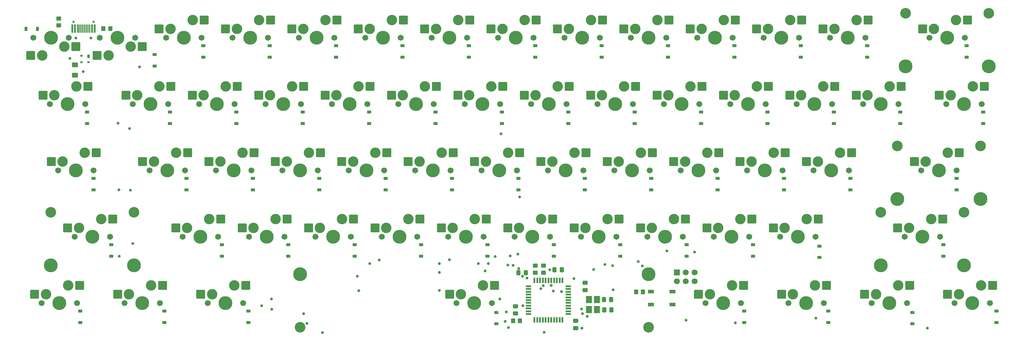
<source format=gbr>
G04 #@! TF.GenerationSoftware,KiCad,Pcbnew,8.0.7*
G04 #@! TF.CreationDate,2024-12-18T16:58:47-05:00*
G04 #@! TF.ProjectId,PCB-Sch,5043422d-5363-4682-9e6b-696361645f70,rev?*
G04 #@! TF.SameCoordinates,Original*
G04 #@! TF.FileFunction,Soldermask,Bot*
G04 #@! TF.FilePolarity,Negative*
%FSLAX46Y46*%
G04 Gerber Fmt 4.6, Leading zero omitted, Abs format (unit mm)*
G04 Created by KiCad (PCBNEW 8.0.7) date 2024-12-18 16:58:47*
%MOMM*%
%LPD*%
G01*
G04 APERTURE LIST*
G04 Aperture macros list*
%AMRoundRect*
0 Rectangle with rounded corners*
0 $1 Rounding radius*
0 $2 $3 $4 $5 $6 $7 $8 $9 X,Y pos of 4 corners*
0 Add a 4 corners polygon primitive as box body*
4,1,4,$2,$3,$4,$5,$6,$7,$8,$9,$2,$3,0*
0 Add four circle primitives for the rounded corners*
1,1,$1+$1,$2,$3*
1,1,$1+$1,$4,$5*
1,1,$1+$1,$6,$7*
1,1,$1+$1,$8,$9*
0 Add four rect primitives between the rounded corners*
20,1,$1+$1,$2,$3,$4,$5,0*
20,1,$1+$1,$4,$5,$6,$7,0*
20,1,$1+$1,$6,$7,$8,$9,0*
20,1,$1+$1,$8,$9,$2,$3,0*%
G04 Aperture macros list end*
%ADD10RoundRect,0.225000X0.225000X0.375000X-0.225000X0.375000X-0.225000X-0.375000X0.225000X-0.375000X0*%
%ADD11C,1.701800*%
%ADD12C,3.000000*%
%ADD13C,3.987800*%
%ADD14RoundRect,0.200000X1.075000X1.050000X-1.075000X1.050000X-1.075000X-1.050000X1.075000X-1.050000X0*%
%ADD15C,3.048000*%
%ADD16RoundRect,0.200000X-1.075000X-1.050000X1.075000X-1.050000X1.075000X1.050000X-1.075000X1.050000X0*%
%ADD17R,1.800000X2.100000*%
%ADD18R,0.700000X0.600000*%
%ADD19R,0.700000X1.000000*%
%ADD20R,0.550000X1.500000*%
%ADD21R,1.500000X0.550000*%
%ADD22R,1.800000X1.100000*%
%ADD23RoundRect,0.250000X-0.350000X-0.450000X0.350000X-0.450000X0.350000X0.450000X-0.350000X0.450000X0*%
%ADD24RoundRect,0.250000X-0.450000X0.350000X-0.450000X-0.350000X0.450000X-0.350000X0.450000X0.350000X0*%
%ADD25RoundRect,0.250000X0.350000X0.450000X-0.350000X0.450000X-0.350000X-0.450000X0.350000X-0.450000X0*%
%ADD26C,1.700000*%
%ADD27R,1.700000X1.700000*%
%ADD28RoundRect,0.250001X-0.624999X0.462499X-0.624999X-0.462499X0.624999X-0.462499X0.624999X0.462499X0*%
%ADD29RoundRect,0.225000X0.375000X-0.225000X0.375000X0.225000X-0.375000X0.225000X-0.375000X-0.225000X0*%
%ADD30RoundRect,0.250000X0.337500X0.475000X-0.337500X0.475000X-0.337500X-0.475000X0.337500X-0.475000X0*%
%ADD31RoundRect,0.250000X-0.337500X-0.475000X0.337500X-0.475000X0.337500X0.475000X-0.337500X0.475000X0*%
%ADD32RoundRect,0.250000X0.475000X-0.337500X0.475000X0.337500X-0.475000X0.337500X-0.475000X-0.337500X0*%
%ADD33RoundRect,0.250000X-0.475000X0.337500X-0.475000X-0.337500X0.475000X-0.337500X0.475000X0.337500X0*%
%ADD34C,0.650000*%
%ADD35R,0.300000X2.450000*%
%ADD36R,0.600000X2.450000*%
%ADD37C,0.800000*%
G04 APERTURE END LIST*
D10*
X69181250Y-70643750D03*
X65881250Y-70643750D03*
D11*
X199607500Y-149383750D03*
D12*
X197067500Y-144303750D03*
D13*
X194527500Y-149383750D03*
D12*
X190717500Y-146843750D03*
D11*
X189447500Y-149383750D03*
D14*
X187442500Y-146843750D03*
X200369500Y-144303750D03*
D15*
X244527500Y-156368750D03*
X144527500Y-156368750D03*
D13*
X244527500Y-141128750D03*
X144527500Y-141128750D03*
D11*
X90011250Y-130333750D03*
D12*
X87471250Y-125253750D03*
D13*
X84931250Y-130333750D03*
D12*
X81121250Y-127793750D03*
D11*
X79851250Y-130333750D03*
D14*
X77846250Y-127793750D03*
X90773250Y-125253750D03*
D15*
X96869250Y-123348750D03*
X72993250Y-123348750D03*
D13*
X96869250Y-138588750D03*
X72993250Y-138588750D03*
D14*
X343244500Y-144303750D03*
X330317500Y-146843750D03*
D11*
X332322500Y-149383750D03*
D12*
X333592500Y-146843750D03*
D13*
X337402500Y-149383750D03*
D12*
X339942500Y-144303750D03*
D11*
X342482500Y-149383750D03*
D14*
X319432000Y-144303750D03*
X306505000Y-146843750D03*
D11*
X308510000Y-149383750D03*
D12*
X309780000Y-146843750D03*
D13*
X313590000Y-149383750D03*
D12*
X316130000Y-144303750D03*
D11*
X318670000Y-149383750D03*
D14*
X295619500Y-144303750D03*
X282692500Y-146843750D03*
D11*
X284697500Y-149383750D03*
D12*
X285967500Y-146843750D03*
D13*
X289777500Y-149383750D03*
D12*
X292317500Y-144303750D03*
D11*
X294857500Y-149383750D03*
D14*
X271807000Y-144303750D03*
X258880000Y-146843750D03*
D11*
X260885000Y-149383750D03*
D12*
X262155000Y-146843750D03*
D13*
X265965000Y-149383750D03*
D12*
X268505000Y-144303750D03*
D11*
X271045000Y-149383750D03*
D14*
X128932000Y-144303750D03*
X116005000Y-146843750D03*
D11*
X118010000Y-149383750D03*
D12*
X119280000Y-146843750D03*
D13*
X123090000Y-149383750D03*
D12*
X125630000Y-144303750D03*
D11*
X128170000Y-149383750D03*
D14*
X105119500Y-144303750D03*
X92192500Y-146843750D03*
D11*
X94197500Y-149383750D03*
D12*
X95467500Y-146843750D03*
D13*
X99277500Y-149383750D03*
D12*
X101817500Y-144303750D03*
D11*
X104357500Y-149383750D03*
D14*
X81307000Y-144303750D03*
X68380000Y-146843750D03*
D11*
X70385000Y-149383750D03*
D12*
X71655000Y-146843750D03*
D13*
X75465000Y-149383750D03*
D12*
X78005000Y-144303750D03*
D11*
X80545000Y-149383750D03*
D13*
X311177000Y-138588750D03*
X335053000Y-138588750D03*
D15*
X311177000Y-123348750D03*
X335053000Y-123348750D03*
D14*
X328957000Y-125253750D03*
X316030000Y-127793750D03*
D11*
X318035000Y-130333750D03*
D12*
X319305000Y-127793750D03*
D13*
X323115000Y-130333750D03*
D12*
X325655000Y-125253750D03*
D11*
X328195000Y-130333750D03*
D14*
X293238250Y-125253750D03*
X280311250Y-127793750D03*
D11*
X282316250Y-130333750D03*
D12*
X283586250Y-127793750D03*
D13*
X287396250Y-130333750D03*
D12*
X289936250Y-125253750D03*
D11*
X292476250Y-130333750D03*
D14*
X274188250Y-125253750D03*
X261261250Y-127793750D03*
D11*
X263266250Y-130333750D03*
D12*
X264536250Y-127793750D03*
D13*
X268346250Y-130333750D03*
D12*
X270886250Y-125253750D03*
D11*
X273426250Y-130333750D03*
D14*
X255138250Y-125253750D03*
X242211250Y-127793750D03*
D11*
X244216250Y-130333750D03*
D12*
X245486250Y-127793750D03*
D13*
X249296250Y-130333750D03*
D12*
X251836250Y-125253750D03*
D11*
X254376250Y-130333750D03*
D14*
X236088250Y-125253750D03*
X223161250Y-127793750D03*
D11*
X225166250Y-130333750D03*
D12*
X226436250Y-127793750D03*
D13*
X230246250Y-130333750D03*
D12*
X232786250Y-125253750D03*
D11*
X235326250Y-130333750D03*
D14*
X217038250Y-125253750D03*
X204111250Y-127793750D03*
D11*
X206116250Y-130333750D03*
D12*
X207386250Y-127793750D03*
D13*
X211196250Y-130333750D03*
D12*
X213736250Y-125253750D03*
D11*
X216276250Y-130333750D03*
D14*
X197988250Y-125253750D03*
X185061250Y-127793750D03*
D11*
X187066250Y-130333750D03*
D12*
X188336250Y-127793750D03*
D13*
X192146250Y-130333750D03*
D12*
X194686250Y-125253750D03*
D11*
X197226250Y-130333750D03*
D14*
X178938250Y-125253750D03*
X166011250Y-127793750D03*
D11*
X168016250Y-130333750D03*
D12*
X169286250Y-127793750D03*
D13*
X173096250Y-130333750D03*
D12*
X175636250Y-125253750D03*
D11*
X178176250Y-130333750D03*
D14*
X159888250Y-125253750D03*
X146961250Y-127793750D03*
D11*
X148966250Y-130333750D03*
D12*
X150236250Y-127793750D03*
D13*
X154046250Y-130333750D03*
D12*
X156586250Y-125253750D03*
D11*
X159126250Y-130333750D03*
D14*
X140838250Y-125253750D03*
X127911250Y-127793750D03*
D11*
X129916250Y-130333750D03*
D12*
X131186250Y-127793750D03*
D13*
X134996250Y-130333750D03*
D12*
X137536250Y-125253750D03*
D11*
X140076250Y-130333750D03*
D14*
X121788250Y-125253750D03*
X108861250Y-127793750D03*
D11*
X110866250Y-130333750D03*
D12*
X112136250Y-127793750D03*
D13*
X115946250Y-130333750D03*
D12*
X118486250Y-125253750D03*
D11*
X121026250Y-130333750D03*
D13*
X315939500Y-119538750D03*
X339815500Y-119538750D03*
D15*
X315939500Y-104298750D03*
X339815500Y-104298750D03*
D14*
X333719500Y-106203750D03*
X320792500Y-108743750D03*
D11*
X322797500Y-111283750D03*
D12*
X324067500Y-108743750D03*
D13*
X327877500Y-111283750D03*
D12*
X330417500Y-106203750D03*
D11*
X332957500Y-111283750D03*
D14*
X302763250Y-106203750D03*
X289836250Y-108743750D03*
D11*
X291841250Y-111283750D03*
D12*
X293111250Y-108743750D03*
D13*
X296921250Y-111283750D03*
D12*
X299461250Y-106203750D03*
D11*
X302001250Y-111283750D03*
D14*
X283713250Y-106203750D03*
X270786250Y-108743750D03*
D11*
X272791250Y-111283750D03*
D12*
X274061250Y-108743750D03*
D13*
X277871250Y-111283750D03*
D12*
X280411250Y-106203750D03*
D11*
X282951250Y-111283750D03*
D14*
X264663250Y-106203750D03*
X251736250Y-108743750D03*
D11*
X253741250Y-111283750D03*
D12*
X255011250Y-108743750D03*
D13*
X258821250Y-111283750D03*
D12*
X261361250Y-106203750D03*
D11*
X263901250Y-111283750D03*
D14*
X245613250Y-106203750D03*
X232686250Y-108743750D03*
D11*
X234691250Y-111283750D03*
D12*
X235961250Y-108743750D03*
D13*
X239771250Y-111283750D03*
D12*
X242311250Y-106203750D03*
D11*
X244851250Y-111283750D03*
D14*
X226563250Y-106203750D03*
X213636250Y-108743750D03*
D11*
X215641250Y-111283750D03*
D12*
X216911250Y-108743750D03*
D13*
X220721250Y-111283750D03*
D12*
X223261250Y-106203750D03*
D11*
X225801250Y-111283750D03*
D14*
X207513250Y-106203750D03*
X194586250Y-108743750D03*
D11*
X196591250Y-111283750D03*
D12*
X197861250Y-108743750D03*
D13*
X201671250Y-111283750D03*
D12*
X204211250Y-106203750D03*
D11*
X206751250Y-111283750D03*
D14*
X188463250Y-106203750D03*
X175536250Y-108743750D03*
D11*
X177541250Y-111283750D03*
D12*
X178811250Y-108743750D03*
D13*
X182621250Y-111283750D03*
D12*
X185161250Y-106203750D03*
D11*
X187701250Y-111283750D03*
D14*
X169413250Y-106203750D03*
X156486250Y-108743750D03*
D11*
X158491250Y-111283750D03*
D12*
X159761250Y-108743750D03*
D13*
X163571250Y-111283750D03*
D12*
X166111250Y-106203750D03*
D11*
X168651250Y-111283750D03*
D14*
X150363250Y-106203750D03*
X137436250Y-108743750D03*
D11*
X139441250Y-111283750D03*
D12*
X140711250Y-108743750D03*
D13*
X144521250Y-111283750D03*
D12*
X147061250Y-106203750D03*
D11*
X149601250Y-111283750D03*
D14*
X131313250Y-106203750D03*
X118386250Y-108743750D03*
D11*
X120391250Y-111283750D03*
D12*
X121661250Y-108743750D03*
D13*
X125471250Y-111283750D03*
D12*
X128011250Y-106203750D03*
D11*
X130551250Y-111283750D03*
D14*
X112263250Y-106203750D03*
X99336250Y-108743750D03*
D11*
X101341250Y-111283750D03*
D12*
X102611250Y-108743750D03*
D13*
X106421250Y-111283750D03*
D12*
X108961250Y-106203750D03*
D11*
X111501250Y-111283750D03*
D14*
X86069500Y-106203750D03*
X73142500Y-108743750D03*
D11*
X75147500Y-111283750D03*
D12*
X76417500Y-108743750D03*
D13*
X80227500Y-111283750D03*
D12*
X82767500Y-106203750D03*
D11*
X85307500Y-111283750D03*
D14*
X340863250Y-87153750D03*
X327936250Y-89693750D03*
D11*
X329941250Y-92233750D03*
D12*
X331211250Y-89693750D03*
D13*
X335021250Y-92233750D03*
D12*
X337561250Y-87153750D03*
D11*
X340101250Y-92233750D03*
D14*
X317050750Y-87153750D03*
X304123750Y-89693750D03*
D11*
X306128750Y-92233750D03*
D12*
X307398750Y-89693750D03*
D13*
X311208750Y-92233750D03*
D12*
X313748750Y-87153750D03*
D11*
X316288750Y-92233750D03*
D14*
X298000750Y-87153750D03*
X285073750Y-89693750D03*
D11*
X287078750Y-92233750D03*
D12*
X288348750Y-89693750D03*
D13*
X292158750Y-92233750D03*
D12*
X294698750Y-87153750D03*
D11*
X297238750Y-92233750D03*
D14*
X278950750Y-87153750D03*
X266023750Y-89693750D03*
D11*
X268028750Y-92233750D03*
D12*
X269298750Y-89693750D03*
D13*
X273108750Y-92233750D03*
D12*
X275648750Y-87153750D03*
D11*
X278188750Y-92233750D03*
D14*
X259900750Y-87153750D03*
X246973750Y-89693750D03*
D11*
X248978750Y-92233750D03*
D12*
X250248750Y-89693750D03*
D13*
X254058750Y-92233750D03*
D12*
X256598750Y-87153750D03*
D11*
X259138750Y-92233750D03*
D14*
X240850750Y-87153750D03*
X227923750Y-89693750D03*
D11*
X229928750Y-92233750D03*
D12*
X231198750Y-89693750D03*
D13*
X235008750Y-92233750D03*
D12*
X237548750Y-87153750D03*
D11*
X240088750Y-92233750D03*
D14*
X221800750Y-87153750D03*
X208873750Y-89693750D03*
D11*
X210878750Y-92233750D03*
D12*
X212148750Y-89693750D03*
D13*
X215958750Y-92233750D03*
D12*
X218498750Y-87153750D03*
D11*
X221038750Y-92233750D03*
D14*
X202750750Y-87153750D03*
X189823750Y-89693750D03*
D11*
X191828750Y-92233750D03*
D12*
X193098750Y-89693750D03*
D13*
X196908750Y-92233750D03*
D12*
X199448750Y-87153750D03*
D11*
X201988750Y-92233750D03*
D14*
X183700750Y-87153750D03*
X170773750Y-89693750D03*
D11*
X172778750Y-92233750D03*
D12*
X174048750Y-89693750D03*
D13*
X177858750Y-92233750D03*
D12*
X180398750Y-87153750D03*
D11*
X182938750Y-92233750D03*
D14*
X164650750Y-87153750D03*
X151723750Y-89693750D03*
D11*
X153728750Y-92233750D03*
D12*
X154998750Y-89693750D03*
D13*
X158808750Y-92233750D03*
D12*
X161348750Y-87153750D03*
D11*
X163888750Y-92233750D03*
D14*
X145600750Y-87153750D03*
X132673750Y-89693750D03*
D11*
X134678750Y-92233750D03*
D12*
X135948750Y-89693750D03*
D13*
X139758750Y-92233750D03*
D12*
X142298750Y-87153750D03*
D11*
X144838750Y-92233750D03*
D14*
X126550750Y-87153750D03*
X113623750Y-89693750D03*
D11*
X115628750Y-92233750D03*
D12*
X116898750Y-89693750D03*
D13*
X120708750Y-92233750D03*
D12*
X123248750Y-87153750D03*
D11*
X125788750Y-92233750D03*
D14*
X107500750Y-87153750D03*
X94573750Y-89693750D03*
D11*
X96578750Y-92233750D03*
D12*
X97848750Y-89693750D03*
D13*
X101658750Y-92233750D03*
D12*
X104198750Y-87153750D03*
D11*
X106738750Y-92233750D03*
D14*
X83688250Y-87153750D03*
X70761250Y-89693750D03*
D11*
X72766250Y-92233750D03*
D12*
X74036250Y-89693750D03*
D13*
X77846250Y-92233750D03*
D12*
X80386250Y-87153750D03*
D11*
X82926250Y-92233750D03*
D13*
X318320750Y-81438750D03*
X342196750Y-81438750D03*
D15*
X318320750Y-66198750D03*
X342196750Y-66198750D03*
D14*
X336100750Y-68103750D03*
X323173750Y-70643750D03*
D11*
X325178750Y-73183750D03*
D12*
X326448750Y-70643750D03*
D13*
X330258750Y-73183750D03*
D12*
X332798750Y-68103750D03*
D11*
X335338750Y-73183750D03*
D14*
X307525750Y-68103750D03*
X294598750Y-70643750D03*
D11*
X296603750Y-73183750D03*
D12*
X297873750Y-70643750D03*
D13*
X301683750Y-73183750D03*
D12*
X304223750Y-68103750D03*
D11*
X306763750Y-73183750D03*
D14*
X288475750Y-68103750D03*
X275548750Y-70643750D03*
D11*
X277553750Y-73183750D03*
D12*
X278823750Y-70643750D03*
D13*
X282633750Y-73183750D03*
D12*
X285173750Y-68103750D03*
D11*
X287713750Y-73183750D03*
X268663750Y-73183750D03*
D12*
X266123750Y-68103750D03*
D13*
X263583750Y-73183750D03*
D12*
X259773750Y-70643750D03*
D11*
X258503750Y-73183750D03*
D14*
X256498750Y-70643750D03*
X269425750Y-68103750D03*
X250375750Y-68103750D03*
X237448750Y-70643750D03*
D11*
X239453750Y-73183750D03*
D12*
X240723750Y-70643750D03*
D13*
X244533750Y-73183750D03*
D12*
X247073750Y-68103750D03*
D11*
X249613750Y-73183750D03*
D14*
X231325750Y-68103750D03*
X218398750Y-70643750D03*
D11*
X220403750Y-73183750D03*
D12*
X221673750Y-70643750D03*
D13*
X225483750Y-73183750D03*
D12*
X228023750Y-68103750D03*
D11*
X230563750Y-73183750D03*
D14*
X212275750Y-68103750D03*
X199348750Y-70643750D03*
D11*
X201353750Y-73183750D03*
D12*
X202623750Y-70643750D03*
D13*
X206433750Y-73183750D03*
D12*
X208973750Y-68103750D03*
D11*
X211513750Y-73183750D03*
D14*
X193225750Y-68103750D03*
X180298750Y-70643750D03*
D11*
X182303750Y-73183750D03*
D12*
X183573750Y-70643750D03*
D13*
X187383750Y-73183750D03*
D12*
X189923750Y-68103750D03*
D11*
X192463750Y-73183750D03*
D14*
X174175750Y-68103750D03*
X161248750Y-70643750D03*
D11*
X163253750Y-73183750D03*
D12*
X164523750Y-70643750D03*
D13*
X168333750Y-73183750D03*
D12*
X170873750Y-68103750D03*
D11*
X173413750Y-73183750D03*
D14*
X155125750Y-68103750D03*
X142198750Y-70643750D03*
D11*
X144203750Y-73183750D03*
D12*
X145473750Y-70643750D03*
D13*
X149283750Y-73183750D03*
D12*
X151823750Y-68103750D03*
D11*
X154363750Y-73183750D03*
D14*
X136075750Y-68103750D03*
X123148750Y-70643750D03*
D11*
X125153750Y-73183750D03*
D12*
X126423750Y-70643750D03*
D13*
X130233750Y-73183750D03*
D12*
X132773750Y-68103750D03*
D11*
X135313750Y-73183750D03*
D16*
X67241750Y-78263750D03*
X80168750Y-75723750D03*
D11*
X78163750Y-73183750D03*
D12*
X76893750Y-75723750D03*
D13*
X73083750Y-73183750D03*
D12*
X70543750Y-78263750D03*
D11*
X68003750Y-73183750D03*
D14*
X117025750Y-68103750D03*
X104098750Y-70643750D03*
D11*
X106103750Y-73183750D03*
D12*
X107373750Y-70643750D03*
D13*
X111183750Y-73183750D03*
D12*
X113723750Y-68103750D03*
D11*
X116263750Y-73183750D03*
D17*
X227425000Y-151300000D03*
X227425000Y-148400000D03*
X229725000Y-148400000D03*
X229725000Y-151300000D03*
D18*
X81825000Y-80250000D03*
X83825000Y-80250000D03*
X81825000Y-78350000D03*
D19*
X83825000Y-78550000D03*
D20*
X211815000Y-142871250D03*
X212615000Y-142871250D03*
X213415000Y-142871250D03*
X214215000Y-142871250D03*
X215015000Y-142871250D03*
X215815000Y-142871250D03*
X216615000Y-142871250D03*
X217415000Y-142871250D03*
X218215000Y-142871250D03*
X219015000Y-142871250D03*
X219815000Y-142871250D03*
D21*
X221515000Y-144571250D03*
X221515000Y-145371250D03*
X221515000Y-146171250D03*
X221515000Y-146971250D03*
X221515000Y-147771250D03*
X221515000Y-148571250D03*
X221515000Y-149371250D03*
X221515000Y-150171250D03*
X221515000Y-150971250D03*
X221515000Y-151771250D03*
X221515000Y-152571250D03*
D20*
X219815000Y-154271250D03*
X219015000Y-154271250D03*
X218215000Y-154271250D03*
X217415000Y-154271250D03*
X216615000Y-154271250D03*
X215815000Y-154271250D03*
X215015000Y-154271250D03*
X214215000Y-154271250D03*
X213415000Y-154271250D03*
X212615000Y-154271250D03*
X211815000Y-154271250D03*
D21*
X210115000Y-152571250D03*
X210115000Y-151771250D03*
X210115000Y-150971250D03*
X210115000Y-150171250D03*
X210115000Y-149371250D03*
X210115000Y-148571250D03*
X210115000Y-147771250D03*
X210115000Y-146971250D03*
X210115000Y-146171250D03*
X210115000Y-145371250D03*
X210115000Y-144571250D03*
D22*
X251425000Y-146125000D03*
X245225000Y-146125000D03*
X251425000Y-149825000D03*
X245225000Y-149825000D03*
D23*
X240946250Y-146208750D03*
X242946250Y-146208750D03*
D24*
X214371250Y-138652500D03*
X214371250Y-140652500D03*
X211990000Y-138652500D03*
X211990000Y-140652500D03*
D25*
X207650000Y-154500000D03*
X205650000Y-154500000D03*
D26*
X257715000Y-143190000D03*
X257715000Y-140650000D03*
X255175000Y-143190000D03*
X255175000Y-140650000D03*
X252635000Y-143190000D03*
D27*
X252635000Y-140650000D03*
D28*
X79950000Y-80975000D03*
X79950000Y-83950000D03*
D29*
X344387500Y-151702500D03*
X344387500Y-155002500D03*
X320257500Y-152082500D03*
X320257500Y-155382500D03*
X296127500Y-151702500D03*
X296127500Y-155002500D03*
X271997500Y-151702500D03*
X271997500Y-155002500D03*
X200877500Y-152082500D03*
X200877500Y-155382500D03*
X129757500Y-151702500D03*
X129757500Y-155002500D03*
X105627500Y-151702500D03*
X105627500Y-155002500D03*
X81497500Y-151702500D03*
X81497500Y-155002500D03*
X329147500Y-132652500D03*
X329147500Y-135952500D03*
X293587500Y-133032500D03*
X293587500Y-136332500D03*
X274537500Y-132652500D03*
X274537500Y-135952500D03*
X255487500Y-132652500D03*
X255487500Y-135952500D03*
X236437500Y-132652500D03*
X236437500Y-135952500D03*
X217387500Y-132652500D03*
X217387500Y-135952500D03*
X198337500Y-132652500D03*
X198337500Y-135952500D03*
X179287500Y-132652500D03*
X179287500Y-135952500D03*
X160237500Y-132652500D03*
X160237500Y-135952500D03*
X141187500Y-132652500D03*
X141187500Y-135952500D03*
X122137500Y-132652500D03*
X122137500Y-135952500D03*
X90387500Y-132652500D03*
X90387500Y-135952500D03*
X332957500Y-113602500D03*
X332957500Y-116902500D03*
X302477500Y-113602500D03*
X302477500Y-116902500D03*
X283427500Y-113602500D03*
X283427500Y-116902500D03*
X264377500Y-113602500D03*
X264377500Y-116902500D03*
X245327500Y-113602500D03*
X245327500Y-116902500D03*
X226277500Y-113602500D03*
X226277500Y-116902500D03*
X207227500Y-113602500D03*
X207227500Y-116902500D03*
X188177500Y-113602500D03*
X188177500Y-116902500D03*
X169127500Y-113602500D03*
X169127500Y-116902500D03*
X150077500Y-116902500D03*
X150077500Y-113602500D03*
X131027500Y-113602500D03*
X131027500Y-116902500D03*
X111977500Y-113602500D03*
X111977500Y-116902500D03*
X85307500Y-113602500D03*
X85307500Y-116902500D03*
X340577500Y-94552500D03*
X340577500Y-97852500D03*
X316765000Y-94552500D03*
X316765000Y-97852500D03*
X297715000Y-94552500D03*
X297715000Y-97852500D03*
X278665000Y-94552500D03*
X278665000Y-97852500D03*
X259615000Y-94552500D03*
X259615000Y-97852500D03*
X240565000Y-94552500D03*
X240565000Y-97852500D03*
X221515000Y-94552500D03*
X221515000Y-97852500D03*
X202465000Y-94552500D03*
X202465000Y-97852500D03*
X183415000Y-94552500D03*
X183415000Y-97852500D03*
X164365000Y-94552500D03*
X164365000Y-97852500D03*
X145315000Y-94552500D03*
X145315000Y-97852500D03*
X126265000Y-94552500D03*
X126265000Y-97852500D03*
X107215000Y-94552500D03*
X107215000Y-97852500D03*
X83402500Y-94552500D03*
X83402500Y-97852500D03*
X335815000Y-75502500D03*
X335815000Y-78802500D03*
X307240000Y-75502500D03*
X307240000Y-78802500D03*
X288190000Y-75502500D03*
X288190000Y-78802500D03*
X269140000Y-75502500D03*
X269140000Y-78802500D03*
X250090000Y-75502500D03*
X250090000Y-78802500D03*
X231040000Y-75502500D03*
X231040000Y-78802500D03*
X211990000Y-75502500D03*
X211990000Y-78802500D03*
X192940000Y-75502500D03*
X192940000Y-78802500D03*
X173890000Y-75502500D03*
X173890000Y-78802500D03*
X154840000Y-75502500D03*
X154840000Y-78802500D03*
X135790000Y-75502500D03*
X135790000Y-78802500D03*
X116740000Y-78802500D03*
X116740000Y-75502500D03*
X102825000Y-81325000D03*
X102825000Y-78025000D03*
D30*
X219621250Y-139858750D03*
X217546250Y-139858750D03*
D31*
X231750000Y-148400000D03*
X233825000Y-148400000D03*
X233875000Y-151400000D03*
X231800000Y-151400000D03*
D30*
X209302500Y-140652500D03*
X207227500Y-140652500D03*
D32*
X206350000Y-152400000D03*
X206350000Y-150325000D03*
D33*
X226350000Y-143575000D03*
X226350000Y-145650000D03*
D32*
X223650000Y-156575000D03*
X223650000Y-154500000D03*
D16*
X86291750Y-78263750D03*
X99218750Y-75723750D03*
D11*
X97213750Y-73183750D03*
D12*
X95943750Y-75723750D03*
D13*
X92133750Y-73183750D03*
D12*
X89593750Y-78263750D03*
D11*
X87053750Y-73183750D03*
D23*
X88080000Y-70620000D03*
X90080000Y-70620000D03*
D34*
X79530000Y-68665000D03*
X85310000Y-68665000D03*
D35*
X82170000Y-70610000D03*
X82670000Y-70610000D03*
X83170000Y-70610000D03*
X81670000Y-70610000D03*
X83670000Y-70610000D03*
X81170000Y-70610000D03*
X84170000Y-70610000D03*
X80670000Y-70610000D03*
D36*
X79970000Y-70610000D03*
X84870000Y-70610000D03*
X79195000Y-70610000D03*
X85645000Y-70610000D03*
D24*
X75300000Y-69690000D03*
X75300000Y-67690000D03*
D37*
X255250000Y-154300000D03*
X217200000Y-145975000D03*
X257715000Y-134760000D03*
X249775000Y-134450000D03*
X240946250Y-146200000D03*
X234200000Y-138700000D03*
X241550000Y-137500000D03*
X228750000Y-139725000D03*
X242750000Y-138775000D03*
X234375000Y-145575000D03*
X219575000Y-146100000D03*
X341262500Y-87362500D03*
X333743750Y-105993750D03*
X328662500Y-125362500D03*
X316834375Y-87440625D03*
X297659375Y-87315625D03*
X303212500Y-106275000D03*
X293687500Y-125300000D03*
X283440625Y-106434375D03*
X278634375Y-87340625D03*
X259609375Y-87365625D03*
X264318750Y-106362500D03*
X246062500Y-106362500D03*
X240850750Y-87153750D03*
X232000000Y-138325000D03*
X236537500Y-125412500D03*
X227012500Y-106362500D03*
X222250000Y-87312500D03*
X202406250Y-87275000D03*
X207168750Y-106300000D03*
X217487500Y-125200000D03*
X200369500Y-144303750D03*
X188912500Y-106350000D03*
X184150000Y-87250000D03*
X169862500Y-106362500D03*
X164525000Y-87275000D03*
X145600750Y-87153750D03*
X150363250Y-106203750D03*
X141275000Y-125425000D03*
X131800000Y-106400000D03*
X127000000Y-87312500D03*
X121443750Y-125412500D03*
X111918750Y-106200000D03*
X107668750Y-87031250D03*
X90773250Y-125253750D03*
X86069500Y-106203750D03*
X84152150Y-87327150D03*
X211990000Y-78802500D03*
X213650000Y-145250000D03*
X254793750Y-125412500D03*
X225300000Y-151125000D03*
X225575000Y-152500000D03*
X273843750Y-125412500D03*
X271462500Y-144462500D03*
X226950000Y-153225000D03*
X296068750Y-144462500D03*
X292575000Y-153700000D03*
X319881250Y-143668750D03*
X324525000Y-156625000D03*
X343244500Y-144303750D03*
X80962500Y-144462500D03*
X136400000Y-151225000D03*
X136375000Y-148225000D03*
X214525000Y-157775000D03*
X105119500Y-144303750D03*
X145575000Y-152475000D03*
X150950000Y-157850000D03*
X146500000Y-155250000D03*
X128932000Y-144303750D03*
X133550000Y-150175000D03*
X200877500Y-155382500D03*
X269450000Y-155050000D03*
X159888250Y-125253750D03*
X167225000Y-137075000D03*
X161000000Y-141700000D03*
X164550000Y-138074999D03*
X161387500Y-145862500D03*
X204300000Y-156400000D03*
X178938250Y-125253750D03*
X187400000Y-137000000D03*
X184500000Y-138074999D03*
X184525000Y-145800000D03*
X184525000Y-140625000D03*
X203350000Y-154625000D03*
X207550000Y-118975000D03*
X207000000Y-135400000D03*
X195675000Y-138074999D03*
X204175000Y-138525000D03*
X198525001Y-138049999D03*
X202225000Y-100800000D03*
X204850000Y-135900000D03*
X197988250Y-125253750D03*
X200525000Y-136050000D03*
X197675000Y-140225000D03*
X201900000Y-148200000D03*
X208450000Y-150175000D03*
X98525000Y-81625000D03*
X78550000Y-79125000D03*
X95600000Y-99300000D03*
X92325000Y-97750000D03*
X95875000Y-116950000D03*
X92525000Y-116900000D03*
X92650000Y-135975000D03*
X96500000Y-132300000D03*
X83825000Y-78550000D03*
X207250000Y-139525000D03*
X208356682Y-141728156D03*
X216150000Y-139850000D03*
X223100000Y-142375000D03*
X209625000Y-142225000D03*
X205675000Y-138600000D03*
X82300000Y-82975000D03*
X225375000Y-156600000D03*
X203725000Y-151950000D03*
X336550000Y-68262500D03*
X307181250Y-68262500D03*
X288925000Y-68262500D03*
X269875000Y-68262500D03*
X250031250Y-67468750D03*
X230981250Y-68262500D03*
X212725000Y-68262500D03*
X192881250Y-67468750D03*
X173831250Y-68262500D03*
X155575000Y-68262500D03*
X136525000Y-68262500D03*
X117475000Y-68262500D03*
X86518750Y-78581250D03*
X67468750Y-78581250D03*
X214281675Y-144425000D03*
X216625000Y-144375000D03*
X84520000Y-73270000D03*
X80227500Y-73262500D03*
M02*

</source>
